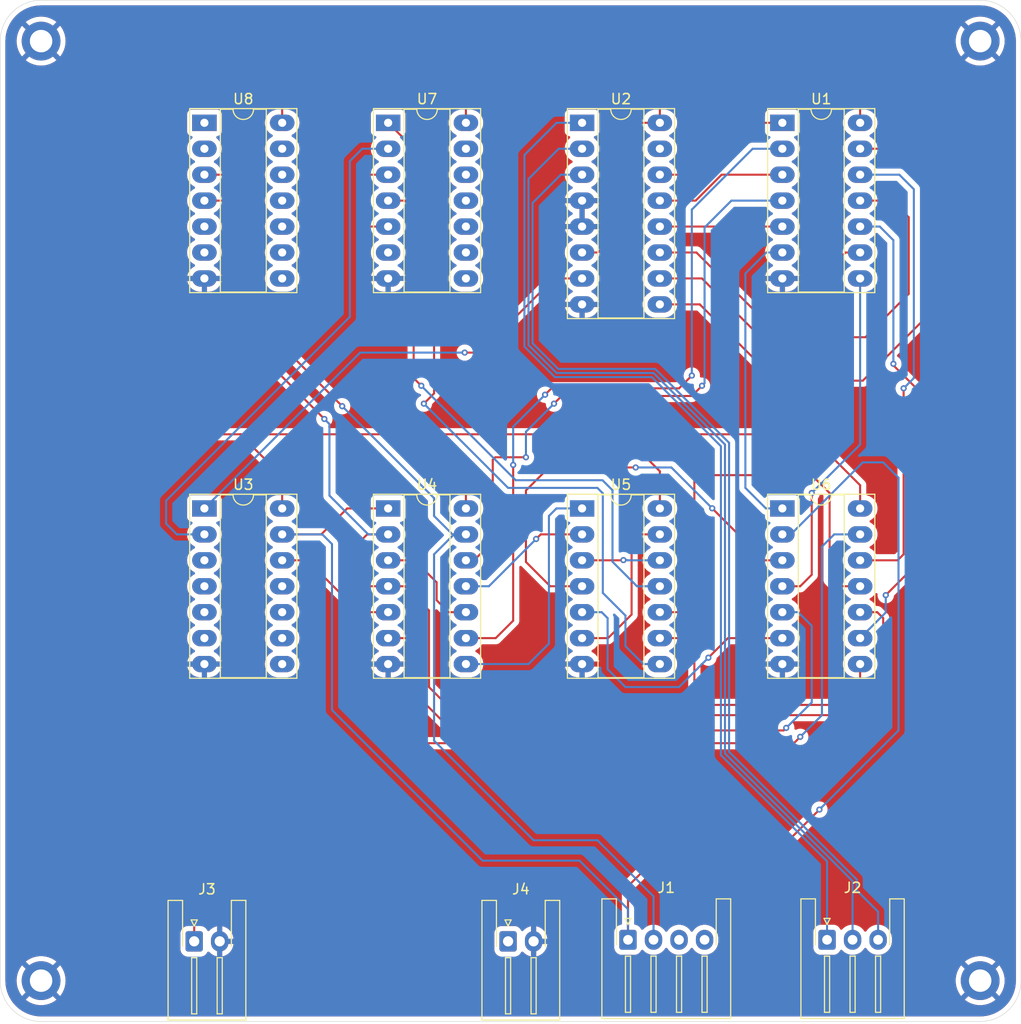
<source format=kicad_pcb>
(kicad_pcb (version 20240108) (generator "pcbnew") (generator_version "8.0")
  (layers (0 "F.Cu" signal) (31 "B.Cu" signal) (34 "B.Paste" user) (35 "F.Paste" user) (36 "B.SilkS" user "B.Silkscreen") (37 "F.SilkS" user "F.Silkscreen") (38 "B.Mask" user) (39 "F.Mask" user) (44 "Edge.Cuts" user))
  (net 0 "")
  (net 1 "E_F")
  (net 2 "FLAGS_IN_1")
  (net 3 "FLAGS_IN_2")
  (net 4 "C_F")
  (net 5 "CON_SEL_2")
  (net 6 "CON_SEL_1")
  (net 7 "CON_SEL_0")
  (net 8 "VCC")
  (net 9 "GND")
  (net 10 "~{CON_4_JL}")
  (net 11 "~{CON_6_JLS}")
  (net 12 "~{CON_3_JHS}")
  (net 13 "~{CON_5_JNE}")
  (net 14 "~{CON_2_JEQ}")
  (net 15 "~{CON_1_JH}")
  (net 16 "~{CON_0_NVR}")
  (net 17 "~{CON_7_JMP}")
  (net 18 "CON_3_JHS")
  (net 19 "CON_2_JEQ")
  (net 20 "CON_6_JLS")
  (net 21 "CON_1_JH")
  (net 22 "CON_5_JNE")
  (net 23 "CON_4_JL")
  (net 24 "CON_7_JMP")
  (net 25 "~{C_F}")
  (net 26 "~{Z_F}")
  (net 27 "JH")
  (net 28 "JL")
  (net 29 "CON")
  (net 36 "Net-(U4-Pad8)")
  (net 37 "Net-(U4-Pad11)")
  (net 38 "Net-(U5-Pad13)")
  (net 39 "Net-(U5-Pad10)")
  (net 40 "Net-(U5-Pad8)")
  (net 41 "Net-(U5-Pad11)")
  (net 42 "Net-(U5-Pad12)")
  (net 43 "Net-(U5-Pad5)")
  (net 44 "Net-(U5-Pad4)")
  (net 45 "Net-(U5-Pad9)")
  (net 47 "Net-(U7-Pad3)")
  (footprint "MountingHole:MountingHole_2.2mm_M2_DIN965_Pad" (layer "F.Cu") (at 196 44)
    (property "Reference" "H2" (hide yes))
    (property "Value" "MountingHole_Pad" (hide yes))
    (pad "1" thru_hole circle (at 0 0) (size 3.8 3.8) (drill 2.2) (layers "*.Cu" "*.Mask") (net 9 "GND"))
  )
  (footprint "Package_DIP:DIP-14_W7.62mm_Socket_LongPads" (layer "F.Cu") (at 176.62 52)
    (property "Reference" "U1" (at 3.81 -2.33 0) (layer "F.SilkS"))
    (property "Value" "74LS04")
    (pad "1" thru_hole rect (at 0 0) (size 2.4 1.6) (drill 0.8) (layers "*.Cu" "*.Mask") (net 15 "~{CON_1_JH}"))
    (pad "2" thru_hole oval (at 0 2.54) (size 2.4 1.6) (drill 0.8) (layers "*.Cu" "*.Mask") (net 21 "CON_1_JH"))
    (pad "3" thru_hole oval (at 0 5.08) (size 2.4 1.6) (drill 0.8) (layers "*.Cu" "*.Mask") (net 14 "~{CON_2_JEQ}"))
    (pad "4" thru_hole oval (at 0 7.62) (size 2.4 1.6) (drill 0.8) (layers "*.Cu" "*.Mask") (net 19 "CON_2_JEQ"))
    (pad "5" thru_hole oval (at 0 10.16) (size 2.4 1.6) (drill 0.8) (layers "*.Cu" "*.Mask") (net 12 "~{CON_3_JHS}"))
    (pad "6" thru_hole oval (at 0 12.7) (size 2.4 1.6) (drill 0.8) (layers "*.Cu" "*.Mask") (net 18 "CON_3_JHS"))
    (pad "7" thru_hole oval (at 0 15.24) (size 2.4 1.6) (drill 0.8) (layers "*.Cu" "*.Mask") (net 9 "GND"))
    (pad "8" thru_hole oval (at 7.62 15.24) (size 2.4 1.6) (drill 0.8) (layers "*.Cu" "*.Mask") (net 23 "CON_4_JL"))
    (pad "9" thru_hole oval (at 7.62 12.7) (size 2.4 1.6) (drill 0.8) (layers "*.Cu" "*.Mask") (net 10 "~{CON_4_JL}"))
    (pad "10" thru_hole oval (at 7.62 10.16) (size 2.4 1.6) (drill 0.8) (layers "*.Cu" "*.Mask") (net 22 "CON_5_JNE"))
    (pad "11" thru_hole oval (at 7.62 7.62) (size 2.4 1.6) (drill 0.8) (layers "*.Cu" "*.Mask") (net 13 "~{CON_5_JNE}"))
    (pad "12" thru_hole oval (at 7.62 5.08) (size 2.4 1.6) (drill 0.8) (layers "*.Cu" "*.Mask") (net 20 "CON_6_JLS"))
    (pad "13" thru_hole oval (at 7.62 2.54) (size 2.4 1.6) (drill 0.8) (layers "*.Cu" "*.Mask") (net 11 "~{CON_6_JLS}"))
    (pad "14" thru_hole oval (at 7.62 0) (size 2.4 1.6) (drill 0.8) (layers "*.Cu" "*.Mask") (net 8 "VCC"))
  )
  (footprint "Package_DIP:DIP-14_W7.62mm_Socket_LongPads" (layer "F.Cu") (at 176.62 89.76)
    (property "Reference" "U6" (at 3.81 -2.33 0) (layer "F.SilkS"))
    (property "Value" "74LS08")
    (pad "1" thru_hole rect (at 0 0) (size 2.4 1.6) (drill 0.8) (layers "*.Cu" "*.Mask") (net 18 "CON_3_JHS"))
    (pad "2" thru_hole oval (at 0 2.54) (size 2.4 1.6) (drill 0.8) (layers "*.Cu" "*.Mask") (net 4 "C_F"))
    (pad "3" thru_hole oval (at 0 5.08) (size 2.4 1.6) (drill 0.8) (layers "*.Cu" "*.Mask") (net 44 "Net-(U5-Pad4)"))
    (pad "4" thru_hole oval (at 0 7.62) (size 2.4 1.6) (drill 0.8) (layers "*.Cu" "*.Mask") (net 23 "CON_4_JL"))
    (pad "5" thru_hole oval (at 0 10.16) (size 2.4 1.6) (drill 0.8) (layers "*.Cu" "*.Mask") (net 28 "JL"))
    (pad "6" thru_hole oval (at 0 12.7) (size 2.4 1.6) (drill 0.8) (layers "*.Cu" "*.Mask") (net 43 "Net-(U5-Pad5)"))
    (pad "7" thru_hole oval (at 0 15.24) (size 2.4 1.6) (drill 0.8) (layers "*.Cu" "*.Mask") (net 9 "GND"))
    (pad "8" thru_hole oval (at 7.62 15.24) (size 2.4 1.6) (drill 0.8) (layers "*.Cu" "*.Mask") (net 45 "Net-(U5-Pad9)"))
    (pad "9" thru_hole oval (at 7.62 12.7) (size 2.4 1.6) (drill 0.8) (layers "*.Cu" "*.Mask") (net 22 "CON_5_JNE"))
    (pad "10" thru_hole oval (at 7.62 10.16) (size 2.4 1.6) (drill 0.8) (layers "*.Cu" "*.Mask") (net 26 "~{Z_F}"))
    (pad "11" thru_hole oval (at 7.62 7.62) (size 2.4 1.6) (drill 0.8) (layers "*.Cu" "*.Mask") (net 39 "Net-(U5-Pad10)"))
    (pad "12" thru_hole oval (at 7.62 5.08) (size 2.4 1.6) (drill 0.8) (layers "*.Cu" "*.Mask") (net 20 "CON_6_JLS"))
    (pad "13" thru_hole oval (at 7.62 2.54) (size 2.4 1.6) (drill 0.8) (layers "*.Cu" "*.Mask") (net 25 "~{C_F}"))
    (pad "14" thru_hole oval (at 7.62 0) (size 2.4 1.6) (drill 0.8) (layers "*.Cu" "*.Mask") (net 8 "VCC"))
  )
  (footprint "Connector_JST:JST_XH_S2B-XH-A-1_1x02_P2.50mm_Horizontal" (layer "F.Cu") (at 119 132.15)
    (property "Reference" "J3" (at 1.25 -5.1 0) (layer "F.SilkS"))
    (property "Value" "Conn_01x02_Socket" (hide yes))
    (pad "1" thru_hole roundrect (at 0 0) (size 1.7 2) (drill 1) (layers "*.Cu" "*.Mask") (roundrect_rratio 0.147059) (net 8 "VCC"))
    (pad "2" thru_hole oval (at 2.5 0) (size 1.7 2) (drill 1) (layers "*.Cu" "*.Mask") (net 9 "GND"))
  )
  (footprint "Package_DIP:DIP-14_W7.62mm_Socket_LongPads" (layer "F.Cu") (at 120 52)
    (property "Reference" "U8" (at 3.81 -2.33 0) (layer "F.SilkS"))
    (property "Value" "74LS04")
    (pad "1" thru_hole rect (at 0 0) (size 2.4 1.6) (drill 0.8) (layers "*.Cu" "*.Mask"))
    (pad "2" thru_hole oval (at 0 2.54) (size 2.4 1.6) (drill 0.8) (layers "*.Cu" "*.Mask"))
    (pad "3" thru_hole oval (at 0 5.08) (size 2.4 1.6) (drill 0.8) (layers "*.Cu" "*.Mask") (net 2 "FLAGS_IN_1"))
    (pad "4" thru_hole oval (at 0 7.62) (size 2.4 1.6) (drill 0.8) (layers "*.Cu" "*.Mask") (net 26 "~{Z_F}"))
    (pad "5" thru_hole oval (at 0 10.16) (size 2.4 1.6) (drill 0.8) (layers "*.Cu" "*.Mask"))
    (pad "6" thru_hole oval (at 0 12.7) (size 2.4 1.6) (drill 0.8) (layers "*.Cu" "*.Mask"))
    (pad "7" thru_hole oval (at 0 15.24) (size 2.4 1.6) (drill 0.8) (layers "*.Cu" "*.Mask") (net 9 "GND"))
    (pad "8" thru_hole oval (at 7.62 15.24) (size 2.4 1.6) (drill 0.8) (layers "*.Cu" "*.Mask"))
    (pad "9" thru_hole oval (at 7.62 12.7) (size 2.4 1.6) (drill 0.8) (layers "*.Cu" "*.Mask"))
    (pad "10" thru_hole oval (at 7.62 10.16) (size 2.4 1.6) (drill 0.8) (layers "*.Cu" "*.Mask"))
    (pad "11" thru_hole oval (at 7.62 7.62) (size 2.4 1.6) (drill 0.8) (layers "*.Cu" "*.Mask"))
    (pad "12" thru_hole oval (at 7.62 5.08) (size 2.4 1.6) (drill 0.8) (layers "*.Cu" "*.Mask"))
    (pad "13" thru_hole oval (at 7.62 2.54) (size 2.4 1.6) (drill 0.8) (layers "*.Cu" "*.Mask"))
    (pad "14" thru_hole oval (at 7.62 0) (size 2.4 1.6) (drill 0.8) (layers "*.Cu" "*.Mask") (net 8 "VCC"))
  )
  (footprint "MountingHole:MountingHole_2.2mm_M2_DIN965_Pad" (layer "F.Cu") (at 104 44)
    (property "Reference" "H1" (hide yes))
    (property "Value" "MountingHole_Pad" (hide yes))
    (pad "1" thru_hole circle (at 0 0) (size 3.8 3.8) (drill 2.2) (layers "*.Cu" "*.Mask") (net 9 "GND"))
  )
  (footprint "MountingHole:MountingHole_2.2mm_M2_DIN965_Pad" (layer "F.Cu") (at 196 136)
    (property "Reference" "H4" (hide yes))
    (property "Value" "MountingHole_Pad" (hide yes))
    (pad "1" thru_hole circle (at 0 0) (size 3.8 3.8) (drill 2.2) (layers "*.Cu" "*.Mask") (net 9 "GND"))
  )
  (footprint "Connector_JST:JST_XH_S3B-XH-A-1_1x03_P2.50mm_Horizontal" (layer "F.Cu") (at 181 132)
    (property "Reference" "J2" (at 2.5 -5.1 0) (layer "F.SilkS"))
    (property "Value" "Conn_01x03_Socket" (hide yes))
    (pad "1" thru_hole roundrect (at 0 0) (size 1.7 1.95) (drill 0.95) (layers "*.Cu" "*.Mask") (roundrect_rratio 0.147059) (net 7 "CON_SEL_0"))
    (pad "2" thru_hole oval (at 2.5 0) (size 1.7 1.95) (drill 0.95) (layers "*.Cu" "*.Mask") (net 6 "CON_SEL_1"))
    (pad "3" thru_hole oval (at 5 0) (size 1.7 1.95) (drill 0.95) (layers "*.Cu" "*.Mask") (net 5 "CON_SEL_2"))
  )
  (footprint "MountingHole:MountingHole_2.2mm_M2_DIN965_Pad" (layer "F.Cu") (at 104 136)
    (property "Reference" "H3" (hide yes))
    (property "Value" "MountingHole_Pad" (hide yes))
    (pad "1" thru_hole circle (at 0 0) (size 3.8 3.8) (drill 2.2) (layers "*.Cu" "*.Mask") (net 9 "GND"))
  )
  (footprint "Package_DIP:DIP-14_W7.62mm_Socket_LongPads" (layer "F.Cu") (at 138 89.76)
    (property "Reference" "U4" (at 3.81 -2.33 0) (layer "F.SilkS"))
    (property "Value" "74LS08")
    (pad "1" thru_hole rect (at 0 0) (size 2.4 1.6) (drill 0.8) (layers "*.Cu" "*.Mask") (net 4 "C_F"))
    (pad "2" thru_hole oval (at 0 2.54) (size 2.4 1.6) (drill 0.8) (layers "*.Cu" "*.Mask") (net 26 "~{Z_F}"))
    (pad "3" thru_hole oval (at 0 5.08) (size 2.4 1.6) (drill 0.8) (layers "*.Cu" "*.Mask") (net 27 "JH"))
    (pad "4" thru_hole oval (at 0 7.62) (size 2.4 1.6) (drill 0.8) (layers "*.Cu" "*.Mask") (net 26 "~{Z_F}"))
    (pad "5" thru_hole oval (at 0 10.16) (size 2.4 1.6) (drill 0.8) (layers "*.Cu" "*.Mask") (net 25 "~{C_F}"))
    (pad "6" thru_hole oval (at 0 12.7) (size 2.4 1.6) (drill 0.8) (layers "*.Cu" "*.Mask") (net 28 "JL"))
    (pad "7" thru_hole oval (at 0 15.24) (size 2.4 1.6) (drill 0.8) (layers "*.Cu" "*.Mask") (net 9 "GND"))
    (pad "8" thru_hole oval (at 7.62 15.24) (size 2.4 1.6) (drill 0.8) (layers "*.Cu" "*.Mask") (net 36 "Net-(U4-Pad8)"))
    (pad "9" thru_hole oval (at 7.62 12.7) (size 2.4 1.6) (drill 0.8) (layers "*.Cu" "*.Mask") (net 21 "CON_1_JH"))
    (pad "10" thru_hole oval (at 7.62 10.16) (size 2.4 1.6) (drill 0.8) (layers "*.Cu" "*.Mask") (net 27 "JH"))
    (pad "11" thru_hole oval (at 7.62 7.62) (size 2.4 1.6) (drill 0.8) (layers "*.Cu" "*.Mask") (net 37 "Net-(U4-Pad11)"))
    (pad "12" thru_hole oval (at 7.62 5.08) (size 2.4 1.6) (drill 0.8) (layers "*.Cu" "*.Mask") (net 19 "CON_2_JEQ"))
    (pad "13" thru_hole oval (at 7.62 2.54) (size 2.4 1.6) (drill 0.8) (layers "*.Cu" "*.Mask") (net 2 "FLAGS_IN_1"))
    (pad "14" thru_hole oval (at 7.62 0) (size 2.4 1.6) (drill 0.8) (layers "*.Cu" "*.Mask") (net 8 "VCC"))
  )
  (footprint "Connector_JST:JST_XH_S2B-XH-A-1_1x02_P2.50mm_Horizontal" (layer "F.Cu") (at 149.75 132.15)
    (property "Reference" "J4" (at 1.25 -5.1 0) (layer "F.SilkS"))
    (property "Value" "Conn_01x02_Socket" (hide yes))
    (pad "1" thru_hole roundrect (at 0 0) (size 1.7 2) (drill 1) (layers "*.Cu" "*.Mask") (roundrect_rratio 0.147059) (net 29 "CON"))
    (pad "2" thru_hole oval (at 2.5 0) (size 1.7 2) (drill 1) (layers "*.Cu" "*.Mask") (net 9 "GND"))
  )
  (footprint "Package_DIP:DIP-14_W7.62mm_Socket_LongPads" (layer "F.Cu") (at 138 52)
    (property "Reference" "U7" (at 3.81 -2.33 0) (layer "F.SilkS"))
    (property "Value" "74LS32")
    (pad "1" thru_hole rect (at 0 0) (size 2.4 1.6) (drill 0.8) (layers "*.Cu" "*.Mask") (net 40 "Net-(U5-Pad8)"))
    (pad "2" thru_hole oval (at 0 2.54) (size 2.4 1.6) (drill 0.8) (layers "*.Cu" "*.Mask") (net 24 "CON_7_JMP"))
    (pad "3" thru_hole oval (at 0 5.08) (size 2.4 1.6) (drill 0.8) (layers "*.Cu" "*.Mask") (net 47 "Net-(U7-Pad3)"))
    (pad "4" thru_hole oval (at 0 7.62) (size 2.4 1.6) (drill 0.8) (layers "*.Cu" "*.Mask") (net 41 "Net-(U5-Pad11)"))
    (pad "5" thru_hole oval (at 0 10.16) (size 2.4 1.6) (drill 0.8) (layers "*.Cu" "*.Mask") (net 47 "Net-(U7-Pad3)"))
    (pad "6" thru_hole oval (at 0 12.7) (size 2.4 1.6) (drill 0.8) (layers "*.Cu" "*.Mask"))
    (pad "7" thru_hole oval (at 0 15.24) (size 2.4 1.6) (drill 0.8) (layers "*.Cu" "*.Mask") (net 9 "GND"))
    (pad "8" thru_hole oval (at 7.62 15.24) (size 2.4 1.6) (drill 0.8) (layers "*.Cu" "*.Mask"))
    (pad "9" thru_hole oval (at 7.62 12.7) (size 2.4 1.6) (drill 0.8) (layers "*.Cu" "*.Mask"))
    (pad "10" thru_hole oval (at 7.62 10.16) (size 2.4 1.6) (drill 0.8) (layers "*.Cu" "*.Mask"))
    (pad "11" thru_hole oval (at 7.62 7.62) (size 2.4 1.6) (drill 0.8) (layers "*.Cu" "*.Mask"))
    (pad "12" thru_hole oval (at 7.62 5.08) (size 2.4 1.6) (drill 0.8) (layers "*.Cu" "*.Mask"))
    (pad "13" thru_hole oval (at 7.62 2.54) (size 2.4 1.6) (drill 0.8) (layers "*.Cu" "*.Mask"))
    (pad "14" thru_hole oval (at 7.62 0) (size 2.4 1.6) (drill 0.8) (layers "*.Cu" "*.Mask") (net 8 "VCC"))
  )
  (footprint "Package_DIP:DIP-16_W7.62mm_Socket_LongPads" (layer "F.Cu") (at 157 52)
    (property "Reference" "U2" (at 3.81 -2.33 0) (layer "F.SilkS"))
    (property "Value" "74LS138")
    (pad "1" thru_hole rect (at 0 0) (size 2.4 1.6) (drill 0.8) (layers "*.Cu" "*.Mask") (net 7 "CON_SEL_0"))
    (pad "2" thru_hole oval (at 0 2.54) (size 2.4 1.6) (drill 0.8) (layers "*.Cu" "*.Mask") (net 6 "CON_SEL_1"))
    (pad "3" thru_hole oval (at 0 5.08) (size 2.4 1.6) (drill 0.8) (layers "*.Cu" "*.Mask") (net 5 "CON_SEL_2"))
    (pad "4" thru_hole oval (at 0 7.62) (size 2.4 1.6) (drill 0.8) (layers "*.Cu" "*.Mask") (net 9 "GND"))
    (pad "5" thru_hole oval (at 0 10.16) (size 2.4 1.6) (drill 0.8) (layers "*.Cu" "*.Mask") (net 9 "GND"))
    (pad "6" thru_hole oval (at 0 12.7) (size 2.4 1.6) (drill 0.8) (layers "*.Cu" "*.Mask") (net 8 "VCC"))
    (pad "7" thru_hole oval (at 0 15.24) (size 2.4 1.6) (drill 0.8) (layers "*.Cu" "*.Mask") (net 17 "~{CON_7_JMP}"))
    (pad "8" thru_hole oval (at 0 17.78) (size 2.4 1.6) (drill 0.8) (layers "*.Cu" "*.Mask") (net 9 "GND"))
    (pad "9" thru_hole oval (at 7.62 17.78) (size 2.4 1.6) (drill 0.8) (layers "*.Cu" "*.Mask") (net 11 "~{CON_6_JLS}"))
    (pad "10" thru_hole oval (at 7.62 15.24) (size 2.4 1.6) (drill 0.8) (layers "*.Cu" "*.Mask") (net 13 "~{CON_5_JNE}"))
    (pad "11" thru_hole oval (at 7.62 12.7) (size 2.4 1.6) (drill 0.8) (layers "*.Cu" "*.Mask") (net 10 "~{CON_4_JL}"))
    (pad "12" thru_hole oval (at 7.62 10.16) (size 2.4 1.6) (drill 0.8) (layers "*.Cu" "*.Mask") (net 12 "~{CON_3_JHS}"))
    (pad "13" thru_hole oval (at 7.62 7.62) (size 2.4 1.6) (drill 0.8) (layers "*.Cu" "*.Mask") (net 14 "~{CON_2_JEQ}"))
    (pad "14" thru_hole oval (at 7.62 5.08) (size 2.4 1.6) (drill 0.8) (layers "*.Cu" "*.Mask") (net 15 "~{CON_1_JH}"))
    (pad "15" thru_hole oval (at 7.62 2.54) (size 2.4 1.6) (drill 0.8) (layers "*.Cu" "*.Mask") (net 16 "~{CON_0_NVR}"))
    (pad "16" thru_hole oval (at 7.62 0) (size 2.4 1.6) (drill 0.8) (layers "*.Cu" "*.Mask") (net 8 "VCC"))
  )
  (footprint "Package_DIP:DIP-14_W7.62mm_Socket_LongPads" (layer "F.Cu") (at 120 89.76)
    (property "Reference" "U3" (at 3.81 -2.33 0) (layer "F.SilkS"))
    (property "Value" "74LS04")
    (pad "1" thru_hole rect (at 0 0) (size 2.4 1.6) (drill 0.8) (layers "*.Cu" "*.Mask") (net 17 "~{CON_7_JMP}"))
    (pad "2" thru_hole oval (at 0 2.54) (size 2.4 1.6) (drill 0.8) (layers "*.Cu" "*.Mask") (net 24 "CON_7_JMP"))
    (pad "3" thru_hole oval (at 0 5.08) (size 2.4 1.6) (drill 0.8) (layers "*.Cu" "*.Mask"))
    (pad "4" thru_hole oval (at 0 7.62) (size 2.4 1.6) (drill 0.8) (layers "*.Cu" "*.Mask"))
    (pad "5" thru_hole oval (at 0 10.16) (size 2.4 1.6) (drill 0.8) (layers "*.Cu" "*.Mask"))
    (pad "6" thru_hole oval (at 0 12.7) (size 2.4 1.6) (drill 0.8) (layers "*.Cu" "*.Mask"))
    (pad "7" thru_hole oval (at 0 15.24) (size 2.4 1.6) (drill 0.8) (layers "*.Cu" "*.Mask") (net 9 "GND"))
    (pad "8" thru_hole oval (at 7.62 15.24) (size 2.4 1.6) (drill 0.8) (layers "*.Cu" "*.Mask"))
    (pad "9" thru_hole oval (at 7.62 12.7) (size 2.4 1.6) (drill 0.8) (layers "*.Cu" "*.Mask"))
    (pad "10" thru_hole oval (at 7.62 10.16) (size 2.4 1.6) (drill 0.8) (layers "*.Cu" "*.Mask"))
    (pad "11" thru_hole oval (at 7.62 7.62) (size 2.4 1.6) (drill 0.8) (layers "*.Cu" "*.Mask"))
    (pad "12" thru_hole oval (at 7.62 5.08) (size 2.4 1.6) (drill 0.8) (layers "*.Cu" "*.Mask") (net 25 "~{C_F}"))
    (pad "13" thru_hole oval (at 7.62 2.54) (size 2.4 1.6) (drill 0.8) (layers "*.Cu" "*.Mask") (net 4 "C_F"))
    (pad "14" thru_hole oval (at 7.62 0) (size 2.4 1.6) (drill 0.8) (layers "*.Cu" "*.Mask") (net 8 "VCC"))
  )
  (footprint "Connector_JST:JST_XH_S4B-XH-A-1_1x04_P2.50mm_Horizontal" (layer "F.Cu") (at 161.5 132)
    (property "Reference" "J1" (at 3.75 -5.1 0) (layer "F.SilkS"))
    (property "Value" "Conn_01x04_Socket" (hide yes))
    (pad "1" thru_hole roundrect (at 0 0) (size 1.7 1.95) (drill 0.95) (layers "*.Cu" "*.Mask") (roundrect_rratio 0.147059) (net 4 "C_F"))
    (pad "2" thru_hole oval (at 2.5 0) (size 1.7 1.95) (drill 0.95) (layers "*.Cu" "*.Mask") (net 2 "FLAGS_IN_1"))
    (pad "3" thru_hole oval (at 5 0) (size 1.7 1.95) (drill 0.95) (layers "*.Cu" "*.Mask") (net 3 "FLAGS_IN_2"))
    (pad "4" thru_hole oval (at 7.5 0) (size 1.7 1.95) (drill 0.95) (layers "*.Cu" "*.Mask") (net 1 "E_F"))
  )
  (footprint "Package_DIP:DIP-14_W7.62mm_Socket_LongPads" (layer "F.Cu") (at 157 89.76)
    (property "Reference" "U5" (at 3.81 -2.33 0) (layer "F.SilkS"))
    (property "Value" "74LS32")
    (pad "1" thru_hole rect (at 0 0) (size 2.4 1.6) (drill 0.8) (layers "*.Cu" "*.Mask") (net 36 "Net-(U4-Pad8)"))
    (pad "2" thru_hole oval (at 0 2.54) (size 2.4 1.6) (drill 0.8) (layers "*.Cu" "*.Mask") (net 37 "Net-(U4-Pad11)"))
    (pad "3" thru_hole oval (at 0 5.08) (size 2.4 1.6) (drill 0.8) (layers "*.Cu" "*.Mask") (net 42 "Net-(U5-Pad12)"))
    (pad "4" thru_hole oval (at 0 7.62) (size 2.4 1.6) (drill 0.8) (layers "*.Cu" "*.Mask") (net 44 "Net-(U5-Pad4)"))
    (pad "5" thru_hole oval (at 0 10.16) (size 2.4 1.6) (drill 0.8) (layers "*.Cu" "*.Mask") (net 43 "Net-(U5-Pad5)"))
    (pad "6" thru_hole oval (at 0 12.7) (size 2.4 1.6) (drill 0.8) (layers "*.Cu" "*.Mask") (net 38 "Net-(U5-Pad13)"))
    (pad "7" thru_hole oval (at 0 15.24) (size 2.4 1.6) (drill 0.8) (layers "*.Cu" "*.Mask") (net 9 "GND"))
    (pad "8" thru_hole oval (at 7.62 15.24) (size 2.4 1.6) (drill 0.8) (layers "*.Cu" "*.Mask") (net 40 "Net-(U5-Pad8)"))
    (pad "9" thru_hole oval (at 7.62 12.7) (size 2.4 1.6) (drill 0.8) (layers "*.Cu" "*.Mask") (net 45 "Net-(U5-Pad9)"))
    (pad "10" thru_hole oval (at 7.62 10.16) (size 2.4 1.6) (drill 0.8) (layers "*.Cu" "*.Mask") (net 39 "Net-(U5-Pad10)"))
    (pad "11" thru_hole oval (at 7.62 7.62) (size 2.4 1.6) (drill 0.8) (layers "*.Cu" "*.Mask") (net 41 "Net-(U5-Pad11)"))
    (pad "12" thru_hole oval (at 7.62 5.08) (size 2.4 1.6) (drill 0.8) (layers "*.Cu" "*.Mask") (net 42 "Net-(U5-Pad12)"))
    (pad "13" thru_hole oval (at 7.62 2.54) (size 2.4 1.6) (drill 0.8) (layers "*.Cu" "*.Mask") (net 38 "Net-(U5-Pad13)"))
    (pad "14" thru_hole oval (at 7.62 0) (size 2.4 1.6) (drill 0.8) (layers "*.Cu" "*.Mask") (net 8 "VCC"))
  )
  (gr_line (start 200 44) (end 200 136) (stroke (width 0.05)) (layer "Edge.Cuts"))
  (gr_line (start 104 40) (end 196 40) (stroke (width 0.05)) (layer "Edge.Cuts"))
  (gr_arc (start 196 40) (mid 198.828427 41.171573) (end 200 44) (stroke (width 0.05)) (layer "Edge.Cuts"))
  (gr_line (start 196 140) (end 104 140) (stroke (width 0.05)) (layer "Edge.Cuts"))
  (gr_arc (start 100 44) (mid 101.171573 41.171573) (end 104 40) (stroke (width 0.05)) (layer "Edge.Cuts"))
  (gr_arc (start 200 136) (mid 198.828427 138.828427) (end 196 140) (stroke (width 0.05)) (layer "Edge.Cuts"))
  (gr_arc (start 104 140) (mid 101.171573 138.828427) (end 100 136) (stroke (width 0.05)) (layer "Edge.Cuts"))
  (gr_line (start 100 136) (end 100 44) (stroke (width 0.05)) (layer "Edge.Cuts"))
  (segment (start 120 57.08) (end 122.08 57.08) (width 0.2) (layer "F.Cu") (net 2))
  (segment (start 123.75 58.75) (end 123.75 70) (width 0.2) (layer "F.Cu") (net 2))
  (segment (start 123.75 70) (end 133.5 79.75) (width 0.2) (layer "F.Cu") (net 2))
  (segment (start 122.08 57.08) (end 123.75 58.75) (width 0.2) (layer "F.Cu") (net 2))
  (via (at 133.5 79.75) (size 0.6) (drill 0.3) (layers "F.Cu" "B.Cu") (net 2))
  (segment (start 152.25 122.25) (end 158.5 122.25) (width 0.2) (layer "B.Cu") (net 2))
  (segment (start 144.45 92.3) (end 142.5 94.25) (width 0.2) (layer "B.Cu") (net 2))
  (segment (start 142.5 88.75) (end 142.5 90.5) (width 0.2) (layer "B.Cu") (net 2))
  (segment (start 164 127.75) (end 164 132) (width 0.2) (layer "B.Cu") (net 2))
  (segment (start 158.5 122.25) (end 164 127.75) (width 0.2) (layer "B.Cu") (net 2))
  (segment (start 142.5 94.25) (end 142.5 112.5) (width 0.2) (layer "B.Cu") (net 2))
  (segment (start 145.62 92.3) (end 144.45 92.3) (width 0.2) (layer "B.Cu") (net 2))
  (segment (start 133.5 79.75) (end 142.5 88.75) (width 0.2) (layer "B.Cu") (net 2))
  (segment (start 142.5 112.5) (end 152.25 122.25) (width 0.2) (layer "B.Cu") (net 2))
  (segment (start 144.3 92.3) (end 145.62 92.3) (width 0.2) (layer "B.Cu") (net 2))
  (segment (start 142.5 90.5) (end 144.3 92.3) (width 0.2) (layer "B.Cu") (net 2))
  (segment (start 131.45 92.3) (end 133.99 89.76) (width 0.2) (layer "F.Cu") (net 4))
  (segment (start 174.5 125) (end 163.25 125) (width 0.2) (layer "F.Cu") (net 4))
  (segment (start 161.5 126.75) (end 161.5 132) (width 0.2) (layer "F.Cu") (net 4))
  (segment (start 180.25 119.25) (end 174.5 125) (width 0.2) (layer "F.Cu") (net 4))
  (segment (start 163.25 125) (end 161.5 126.75) (width 0.2) (layer "F.Cu") (net 4))
  (segment (start 127.62 92.3) (end 131.45 92.3) (width 0.2) (layer "F.Cu") (net 4))
  (segment (start 133.99 89.76) (end 138 89.76) (width 0.2) (layer "F.Cu") (net 4))
  (via (at 180.25 119.25) (size 0.6) (drill 0.3) (layers "F.Cu" "B.Cu") (net 4))
  (segment (start 184.5 85.25) (end 186.5 85.25) (width 0.2) (layer "B.Cu") (net 4))
  (segment (start 188 111.5) (end 180.25 119.25) (width 0.2) (layer "B.Cu") (net 4))
  (segment (start 132.5 109.5) (end 132.5 93.25) (width 0.2) (layer "B.Cu") (net 4))
  (segment (start 188 86.75) (end 188 111.5) (width 0.2) (layer "B.Cu") (net 4))
  (segment (start 147.25 124.25) (end 132.5 109.5) (width 0.2) (layer "B.Cu") (net 4))
  (segment (start 176.62 92.3) (end 177.45 92.3) (width 0.2) (layer "B.Cu") (net 4))
  (segment (start 186.5 85.25) (end 188 86.75) (width 0.2) (layer "B.Cu") (net 4))
  (segment (start 131.55 92.3) (end 127.62 92.3) (width 0.2) (layer "B.Cu") (net 4))
  (segment (start 161.5 129) (end 156.75 124.25) (width 0.2) (layer "B.Cu") (net 4))
  (segment (start 156.75 124.25) (end 147.25 124.25) (width 0.2) (layer "B.Cu") (net 4))
  (segment (start 132.5 93.25) (end 131.55 92.3) (width 0.2) (layer "B.Cu") (net 4))
  (segment (start 161.5 132) (end 161.5 129) (width 0.2) (layer "B.Cu") (net 4))
  (segment (start 177.45 92.3) (end 184.5 85.25) (width 0.2) (layer "B.Cu") (net 4))
  (segment (start 154.92 57.08) (end 157 57.08) (width 0.2) (layer "B.Cu") (net 5))
  (segment (start 186 129.25) (end 183.9 127.15) (width 0.2) (layer "B.Cu") (net 5))
  (segment (start 154.665686 76.1) (end 152.15 73.584314) (width 0.2) (layer "B.Cu") (net 5))
  (segment (start 171.4 113.584314) (end 171.4 83.334314) (width 0.2) (layer "B.Cu") (net 5))
  (segment (start 183.665685 125.85) (end 171.4 113.584314) (width 0.2) (layer "B.Cu") (net 5))
  (segment (start 186 132) (end 186 129.25) (width 0.2) (layer "B.Cu") (net 5))
  (segment (start 164.165686 76.1) (end 154.665686 76.1) (width 0.2) (layer "B.Cu") (net 5))
  (segment (start 183.9 127.15) (end 183.9 126.084314) (width 0.2) (layer "B.Cu") (net 5))
  (segment (start 183.9 126.084314) (end 183.665685 125.85) (width 0.2) (layer "B.Cu") (net 5))
  (segment (start 152.15 73.584314) (end 152.15 59.85) (width 0.2) (layer "B.Cu") (net 5))
  (segment (start 152.15 59.85) (end 154.92 57.08) (width 0.2) (layer "B.Cu") (net 5))
  (segment (start 171.4 83.334314) (end 164.165686 76.1) (width 0.2) (layer "B.Cu") (net 5))
  (segment (start 171 83.5) (end 164 76.5) (width 0.2) (layer "B.Cu") (net 6))
  (segment (start 154.5 76.5) (end 151.75 73.75) (width 0.2) (layer "B.Cu") (net 6))
  (segment (start 171 113.75) (end 171 83.5) (width 0.2) (layer "B.Cu") (net 6))
  (segment (start 154.71 54.54) (end 157 54.54) (width 0.2) (layer "B.Cu") (net 6))
  (segment (start 151.75 57.5) (end 154.71 54.54) (width 0.2) (layer "B.Cu") (net 6))
  (segment (start 151.75 73.75) (end 151.75 57.5) (width 0.2) (layer "B.Cu") (net 6))
  (segment (start 183.5 132) (end 183.5 126.25) (width 0.2) (layer "B.Cu") (net 6))
  (segment (start 164 76.5) (end 154.5 76.5) (width 0.2) (layer "B.Cu") (net 6))
  (segment (start 183.5 126.25) (end 171 113.75) (width 0.2) (layer "B.Cu") (net 6))
  (segment (start 170.6 83.665686) (end 163.834314 76.9) (width 0.2) (layer "B.Cu") (net 7))
  (segment (start 170.6 113.915686) (end 170.6 83.665686) (width 0.2) (layer "B.Cu") (net 7))
  (segment (start 163.834314 76.9) (end 154.334314 76.9) (width 0.2) (layer "B.Cu") (net 7))
  (segment (start 151.35 55.15) (end 154.5 52) (width 0.2) (layer "B.Cu") (net 7))
  (segment (start 181 124.315686) (end 170.6 113.915686) (width 0.2) (layer "B.Cu") (net 7))
  (segment (start 151.35 73.915686) (end 151.35 55.15) (width 0.2) (layer "B.Cu") (net 7))
  (segment (start 181 132) (end 181 124.315686) (width 0.2) (layer "B.Cu") (net 7))
  (segment (start 154.5 52) (end 157 52) (width 0.2) (layer "B.Cu") (net 7))
  (segment (start 154.334314 76.9) (end 151.35 73.915686) (width 0.2) (layer "B.Cu") (net 7))
  (segment (start 184.24 87.49) (end 179.25 82.5) (width 0.2) (layer "F.Cu") (net 8))
  (segment (start 161.5 52) (end 164.62 52) (width 0.2) (layer "F.Cu") (net 8))
  (segment (start 123.5 82.5) (end 125.125 84.125) (width 0.2) (layer "F.Cu") (net 8))
  (segment (start 164.62 49.37) (end 164.62 52) (width 0.2) (layer "F.Cu") (net 8))
  (segment (start 145.62 49.37) (end 145.62 52) (width 0.2) (layer "F.Cu") (net 8))
  (segment (start 160.25 53.25) (end 161.5 52) (width 0.2) (layer "F.Cu") (net 8))
  (segment (start 119 117) (end 113 111) (width 0.2) (layer "F.Cu") (net 8))
  (segment (start 124.75 46.5) (end 127.62 49.37) (width 0.2) (layer "F.Cu") (net 8))
  (segment (start 184.25 49.75) (end 184.24 49.76) (width 0.2) (layer "F.Cu") (net 8))
  (segment (start 113 88) (end 113 48.75) (width 0.2) (layer "F.Cu") (net 8))
  (segment (start 161.75 46.5) (end 164.62 49.37) (width 0.2) (layer "F.Cu") (net 8))
  (segment (start 141.5 82.5) (end 143.125 84.125) (width 0.2) (layer "F.Cu") (net 8))
  (segment (start 143.125 84.125) (end 145.62 86.62) (width 0.2) (layer "F.Cu") (net 8))
  (segment (start 118.75 132.15) (end 119 131.9) (width 0.2) (layer "F.Cu") (net 8))
  (segment (start 115.25 46.5) (end 124.75 46.5) (width 0.2) (layer "F.Cu") (net 8))
  (segment (start 179.25 82.5) (end 161 82.5) (width 0.2) (layer "F.Cu") (net 8))
  (segment (start 144.75 82.5) (end 141.5 82.5) (width 0.2) (layer "F.Cu") (net 8))
  (segment (start 124.75 46.5) (end 142.75 46.5) (width 0.2) (layer "F.Cu") (net 8))
  (segment (start 157 64.7) (end 158.55 64.7) (width 0.2) (layer "F.Cu") (net 8))
  (segment (start 161 82.5) (end 162.625 84.125) (width 0.2) (layer "F.Cu") (net 8))
  (segment (start 113 111) (end 113 88) (width 0.2) (layer "F.Cu") (net 8))
  (segment (start 161.5 46.5) (end 161.75 46.5) (width 0.2) (layer "F.Cu") (net 8))
  (segment (start 184.25 49.25) (end 184.25 49.75) (width 0.2) (layer "F.Cu") (net 8))
  (segment (start 158.55 64.7) (end 160.25 63) (width 0.2) (layer "F.Cu") (net 8))
  (segment (start 142.75 46.5) (end 161.5 46.5) (width 0.2) (layer "F.Cu") (net 8))
  (segment (start 144.75 82.5) (end 161 82.5) (width 0.2) (layer "F.Cu") (net 8))
  (segment (start 184.24 89.76) (end 184.24 87.49) (width 0.2) (layer "F.Cu") (net 8))
  (segment (start 113 88) (end 118.5 82.5) (width 0.2) (layer "F.Cu") (net 8))
  (segment (start 184.24 49.76) (end 184.24 52) (width 0.2) (layer "F.Cu") (net 8))
  (segment (start 142.75 46.5) (end 145.62 49.37) (width 0.2) (layer "F.Cu") (net 8))
  (segment (start 145.62 86.62) (end 145.62 89.76) (width 0.2) (layer "F.Cu") (net 8))
  (segment (start 164.62 86.12) (end 164.62 89.76) (width 0.2) (layer "F.Cu") (net 8))
  (segment (start 118.5 82.5) (end 123.5 82.5) (width 0.2) (layer "F.Cu") (net 8))
  (segment (start 161.5 46.5) (end 181.5 46.5) (width 0.2) (layer "F.Cu") (net 8))
  (segment (start 127.62 49.37) (end 127.62 52) (width 0.2) (layer "F.Cu") (net 8))
  (segment (start 123.5 82.5) (end 126.75 82.5) (width 0.2) (layer "F.Cu") (net 8))
  (segment (start 119 131.9) (end 119 117) (width 0.2) (layer "F.Cu") (net 8))
  (segment (start 126.75 82.5) (end 141.5 82.5) (width 0.2) (layer "F.Cu") (net 8))
  (segment (start 181.5 46.5) (end 184.25 49.25) (width 0.2) (layer "F.Cu") (net 8))
  (segment (start 125.125 84.125) (end 127.62 86.62) (width 0.2) (layer "F.Cu") (net 8))
  (segment (start 127.62 86.62) (end 127.62 89.76) (width 0.2) (layer "F.Cu") (net 8))
  (segment (start 160.25 63) (end 160.25 53.25) (width 0.2) (layer "F.Cu") (net 8))
  (segment (start 113 48.75) (end 115.25 46.5) (width 0.2) (layer "F.Cu") (net 8))
  (segment (start 162.625 84.125) (end 164.62 86.12) (width 0.2) (layer "F.Cu") (net 8))
  (segment (start 168.2 64.7) (end 164.62 64.7) (width 0.2) (layer "F.Cu") (net 10))
  (segment (start 182.8 64.7) (end 181 66.5) (width 0.2) (layer "F.Cu") (net 10))
  (segment (start 180 70.5) (end 174 70.5) (width 0.2) (layer "F.Cu") (net 10))
  (segment (start 181 66.5) (end 181 69.5) (width 0.2) (layer "F.Cu") (net 10))
  (segment (start 181 69.5) (end 180 70.5) (width 0.2) (layer "F.Cu") (net 10))
  (segment (start 184.24 64.7) (end 182.8 64.7) (width 0.2) (layer "F.Cu") (net 10))
  (segment (start 174 70.5) (end 168.2 64.7) (width 0.2) (layer "F.Cu") (net 10))
  (segment (start 168.53 69.78) (end 164.62 69.78) (width 0.2) (layer "F.Cu") (net 11))
  (segment (start 192.25 58.25) (end 192.25 69.5) (width 0.2) (layer "F.Cu") (net 11))
  (segment (start 176 77.25) (end 168.53 69.78) (width 0.2) (layer "F.Cu") (net 11))
  (segment (start 192.25 69.5) (end 184.5 77.25) (width 0.2) (layer "F.Cu") (net 11))
  (segment (start 184.24 54.54) (end 188.54 54.54) (width 0.2) (layer "F.Cu") (net 11))
  (segment (start 188.54 54.54) (end 192.25 58.25) (width 0.2) (layer "F.Cu") (net 11))
  (segment (start 184.5 77.25) (end 176 77.25) (width 0.2) (layer "F.Cu") (net 11))
  (segment (start 164.62 62.16) (end 176.62 62.16) (width 0.2) (layer "F.Cu") (net 12))
  (segment (start 189 61.25) (end 187.37 59.62) (width 0.2) (layer "F.Cu") (net 13))
  (segment (start 168.74 67.24) (end 174.5 73) (width 0.2) (layer "F.Cu") (net 13))
  (segment (start 187.37 59.62) (end 184.24 59.62) (width 0.2) (layer "F.Cu") (net 13))
  (segment (start 184.75 73) (end 189 68.75) (width 0.2) (layer "F.Cu") (net 13))
  (segment (start 164.62 67.24) (end 168.74 67.24) (width 0.2) (layer "F.Cu") (net 13))
  (segment (start 174.5 73) (end 184.75 73) (width 0.2) (layer "F.Cu") (net 13))
  (segment (start 189 68.75) (end 189 61.25) (width 0.2) (layer "F.Cu") (net 13))
  (segment (start 168.13 59.62) (end 170.67 57.08) (width 0.2) (layer "F.Cu") (net 14))
  (segment (start 164.62 59.62) (end 168.13 59.62) (width 0.2) (layer "F.Cu") (net 14))
  (segment (start 170.67 57.08) (end 176.62 57.08) (width 0.2) (layer "F.Cu") (net 14))
  (segment (start 170.5 54.75) (end 170.5 54.25) (width 0.2) (layer "F.Cu") (net 15))
  (segment (start 172.75 52) (end 176.62 52) (width 0.2) (layer "F.Cu") (net 15))
  (segment (start 164.62 57.08) (end 168.17 57.08) (width 0.2) (layer "F.Cu") (net 15))
  (segment (start 168.17 57.08) (end 170.5 54.75) (width 0.2) (layer "F.Cu") (net 15))
  (segment (start 170.5 54.25) (end 172.75 52) (width 0.2) (layer "F.Cu") (net 15))
  (segment (start 147 74.5) (end 154.26 67.24) (width 0.2) (layer "F.Cu") (net 17))
  (segment (start 154.26 67.24) (end 157 67.24) (width 0.2) (layer "F.Cu") (net 17))
  (segment (start 145.5 74.5) (end 147 74.5) (width 0.2) (layer "F.Cu") (net 17))
  (via (at 145.5 74.5) (size 0.6) (drill 0.3) (layers "F.Cu" "B.Cu") (net 17))
  (segment (start 120 89.76) (end 135.26 74.5) (width 0.2) (layer "B.Cu") (net 17))
  (segment (start 135.26 74.5) (end 145.5 74.5) (width 0.2) (layer "B.Cu") (net 17))
  (segment (start 175.01 89.76) (end 173 87.75) (width 0.2) (layer "B.Cu") (net 18))
  (segment (start 175.05 64.7) (end 176.62 64.7) (width 0.2) (layer "B.Cu") (net 18))
  (segment (start 173 87.75) (end 173 66.75) (width 0.2) (layer "B.Cu") (net 18))
  (segment (start 173 66.75) (end 175.05 64.7) (width 0.2) (layer "B.Cu") (net 18))
  (segment (start 176.62 89.76) (end 175.01 89.76) (width 0.2) (layer "B.Cu") (net 18))
  (segment (start 154.25 79.5) (end 155 78.75) (width 0.2) (layer "F.Cu") (net 19))
  (segment (start 155 78.75) (end 167.75 78.75) (width 0.2) (layer "F.Cu") (net 19))
  (segment (start 146.41 94.84) (end 145.62 94.84) (width 0.2) (layer "F.Cu") (net 19))
  (segment (start 148.5 84.75) (end 148.25 85) (width 0.2) (layer "F.Cu") (net 19))
  (segment (start 148.25 93) (end 146.41 94.84) (width 0.2) (layer "F.Cu") (net 19))
  (segment (start 151.5 84.75) (end 148.5 84.75) (width 0.2) (layer "F.Cu") (net 19))
  (segment (start 167.75 78.75) (end 168.75 77.75) (width 0.2) (layer "F.Cu") (net 19))
  (segment (start 148.25 85) (end 148.25 93) (width 0.2) (layer "F.Cu") (net 19))
  (via (at 168.75 77.75) (size 0.6) (drill 0.3) (layers "F.Cu" "B.Cu") (net 19))
  (via (at 154.25 79.5) (size 0.6) (drill 0.3) (layers "F.Cu" "B.Cu") (net 19))
  (via (at 151.5 84.75) (size 0.6) (drill 0.3) (layers "F.Cu" "B.Cu") (net 19))
  (segment (start 154.25 79.5) (end 151.5 82.25) (width 0.2) (layer "B.Cu") (net 19))
  (segment (start 170.25 61) (end 169 62.25) (width 0.2) (layer "B.Cu") (net 19))
  (segment (start 151.5 82.25) (end 151.5 84.75) (width 0.2) (layer "B.Cu") (net 19))
  (segment (start 169 62.25) (end 169 77.5) (width 0.2) (layer "B.Cu") (net 19))
  (segment (start 176.62 59.62) (end 171.63 59.62) (width 0.2) (layer "B.Cu") (net 19))
  (segment (start 169 77.5) (end 168.75 77.75) (width 0.2) (layer "B.Cu") (net 19))
  (segment (start 171.63 59.62) (end 170.25 61) (width 0.2) (layer "B.Cu") (net 19))
  (segment (start 187.91 94.84) (end 184.24 94.84) (width 0.2) (layer "F.Cu") (net 20))
  (segment (start 188.5 94.25) (end 187.91 94.84) (width 0.2) (layer "F.Cu") (net 20))
  (segment (start 188.5 78) (end 188.5 94.25) (width 0.2) (layer "F.Cu") (net 20))
  (via (at 188.5 78) (size 0.6) (drill 0.3) (layers "F.Cu" "B.Cu") (net 20))
  (segment (start 188.5 78) (end 189.5 77) (width 0.2) (layer "B.Cu") (net 20))
  (segment (start 188.08 57.08) (end 184.24 57.08) (width 0.2) (layer "B.Cu") (net 20))
  (segment (start 189.5 77) (end 189.5 58.5) (width 0.2) (layer "B.Cu") (net 20))
  (segment (start 189.5 58.5) (end 188.08 57.08) (width 0.2) (layer "B.Cu") (net 20))
  (segment (start 148.54 102.46) (end 145.62 102.46) (width 0.2) (layer "F.Cu") (net 21))
  (segment (start 150.25 85.5) (end 150.25 100.75) (width 0.2) (layer "F.Cu") (net 21))
  (segment (start 154 78) (end 166.5 78) (width 0.2) (layer "F.Cu") (net 21))
  (segment (start 150.25 100.75) (end 148.54 102.46) (width 0.2) (layer "F.Cu") (net 21))
  (segment (start 153.375 78.625) (end 154 78) (width 0.2) (layer "F.Cu") (net 21))
  (segment (start 166.5 78) (end 167.75 76.75) (width 0.2) (layer "F.Cu") (net 21))
  (via (at 150.25 85.5) (size 0.6) (drill 0.3) (layers "F.Cu" "B.Cu") (net 21))
  (via (at 167.75 76.75) (size 0.6) (drill 0.3) (layers "F.Cu" "B.Cu") (net 21))
  (via (at 153.375 78.625) (size 0.6) (drill 0.3) (layers "F.Cu" "B.Cu") (net 21))
  (segment (start 150.25 81.75) (end 150.25 85.5) (width 0.2) (layer "B.Cu") (net 21))
  (segment (start 167.75 60.5) (end 167.75 76.75) (width 0.2) (layer "B.Cu") (net 21))
  (segment (start 176.62 54.54) (end 173.71 54.54) (width 0.2) (layer "B.Cu") (net 21))
  (segment (start 153.375 78.625) (end 150.25 81.75) (width 0.2) (layer "B.Cu") (net 21))
  (segment (start 172.25 56) (end 167.75 60.5) (width 0.2) (layer "B.Cu") (net 21))
  (segment (start 173.71 54.54) (end 172.25 56) (width 0.2) (layer "B.Cu") (net 21))
  (segment (start 190.1 78.35) (end 190.1 94.9) (width 0.2) (layer "F.Cu") (net 22))
  (segment (start 187.5 75.6) (end 187.5 75.75) (width 0.2) (layer "F.Cu") (net 22))
  (segment (start 187.5 75.75) (end 190.1 78.35) (width 0.2) (layer "F.Cu") (net 22))
  (segment (start 190.1 94.9) (end 186.75 98.25) (width 0.2) (layer "F.Cu") (net 22))
  (via (at 187.5 75.6) (size 0.6) (drill 0.3) (layers "F.Cu" "B.Cu") (net 22))
  (via (at 186.75 98.25) (size 0.6) (drill 0.3) (layers "F.Cu" "B.Cu") (net 22))
  (segment (start 187.5 75.6) (end 187.5 63.5) (width 0.2) (layer "B.Cu") (net 22))
  (segment (start 187.5 63.5) (end 186.16 62.16) (width 0.2) (layer "B.Cu") (net 22))
  (segment (start 186.75 99.95) (end 186.75 98.25) (width 0.2) (layer "B.Cu") (net 22))
  (segment (start 186.16 62.16) (end 184.24 62.16) (width 0.2) (layer "B.Cu") (net 22))
  (segment (start 184.24 102.46) (end 186.75 99.95) (width 0.2) (layer "B.Cu") (net 22))
  (segment (start 179.5 96.25) (end 178.37 97.38) (width 0.2) (layer "F.Cu") (net 23))
  (segment (start 179.5 88.25) (end 179.5 96.25) (width 0.2) (layer "F.Cu") (net 23))
  (segment (start 178.37 97.38) (end 176.62 97.38) (width 0.2) (layer "F.Cu") (net 23))
  (via (at 179.5 88.25) (size 0.6) (drill 0.3) (layers "F.Cu" "B.Cu") (net 23))
  (segment (start 184.24 83.51) (end 179.5 88.25) (width 0.2) (layer "B.Cu") (net 23))
  (segment (start 184.24 67.24) (end 184.24 83.51) (width 0.2) (layer "B.Cu") (net 23))
  (segment (start 134.25 71) (end 134.25 55.75) (width 0.2) (layer "B.Cu") (net 24))
  (segment (start 134.25 55.75) (end 135.46 54.54) (width 0.2) (layer "B.Cu") (net 24))
  (segment (start 117.3 92.3) (end 116.25 91.25) (width 0.2) (layer "B.Cu") (net 24))
  (segment (start 116.25 91.25) (end 116.25 89) (width 0.2) (layer "B.Cu") (net 24))
  (segment (start 135.46 54.54) (end 138 54.54) (width 0.2) (layer "B.Cu") (net 24))
  (segment (start 120 92.3) (end 117.3 92.3) (width 0.2) (layer "B.Cu") (net 24))
  (segment (start 116.25 89) (end 134.25 71) (width 0.2) (layer "B.Cu") (net 24))
  (segment (start 177.75 112.75) (end 138.75 112.75) (width 0.2) (layer "F.Cu") (net 25))
  (segment (start 178.375 112.125) (end 177.75 112.75) (width 0.2) (layer "F.Cu") (net 25))
  (segment (start 127.62 94.84) (end 130.09 94.84) (width 0.2) (layer "F.Cu") (net 25))
  (segment (start 134.5 108.5) (end 134.5 100.59) (width 0.2) (layer "F.Cu") (net 25))
  (segment (start 130.09 94.84) (end 135.17 99.92) (width 0.2) (layer "F.Cu") (net 25))
  (segment (start 134.5 100.59) (end 135.17 99.92) (width 0.2) (layer "F.Cu") (net 25))
  (segment (start 138.75 112.75) (end 134.5 108.5) (width 0.2) (layer "F.Cu") (net 25))
  (segment (start 135.17 99.92) (end 138 99.92) (width 0.2) (layer "F.Cu") (net 25))
  (via (at 178.375 112.125) (size 0.6) (drill 0.3) (layers "F.Cu" "B.Cu") (net 25))
  (segment (start 180.5 110) (end 180.5 93.5) (width 0.2) (layer "B.Cu") (net 25))
  (segment (start 180.5 93.5) (end 181.7 92.3) (width 0.2) (layer "B.Cu") (net 25))
  (segment (start 178.375 112.125) (end 180.5 110) (width 0.2) (layer "B.Cu") (net 25))
  (segment (start 181.7 92.3) (end 184.24 92.3) (width 0.2) (layer "B.Cu") (net 25))
  (segment (start 135 93.25) (end 135 96.5) (width 0.2) (layer "F.Cu") (net 26))
  (segment (start 138 97.38) (end 139.63 97.38) (width 0.2) (layer "F.Cu") (net 26))
  (segment (start 142 107.25) (end 144.75 110) (width 0.2) (layer "F.Cu") (net 26))
  (segment (start 139.63 97.38) (end 142 99.75) (width 0.2) (layer "F.Cu") (net 26))
  (segment (start 185.25 110) (end 186.5 108.75) (width 0.2) (layer "F.Cu") (net 26))
  (segment (start 185.92 99.92) (end 184.24 99.92) (width 0.2) (layer "F.Cu") (net 26))
  (segment (start 186.5 100.5) (end 185.92 99.92) (width 0.2) (layer "F.Cu") (net 26))
  (segment (start 135.95 92.3) (end 135 93.25) (width 0.2) (layer "F.Cu") (net 26))
  (segment (start 138 92.3) (end 135.95 92.3) (width 0.2) (layer "F.Cu") (net 26))
  (segment (start 122.12 59.62) (end 120 59.62) (width 0.2) (layer "F.Cu") (net 26))
  (segment (start 122.75 72) (end 122.75 60.25) (width 0.2) (layer "F.Cu") (net 26))
  (segment (start 135.88 97.38) (end 138 97.38) (width 0.2) (layer "F.Cu") (net 26))
  (segment (start 186.5 108.75) (end 186.5 100.5) (width 0.2) (layer "F.Cu") (net 26))
  (segment (start 144.75 110) (end 185.25 110) (width 0.2) (layer "F.Cu") (net 26))
  (segment (start 135 96.5) (end 135.88 97.38) (width 0.2) (layer "F.Cu") (net 26))
  (segment (start 122.75 60.25) (end 122.12 59.62) (width 0.2) (layer "F.Cu") (net 26))
  (segment (start 142 99.75) (end 142 107.25) (width 0.2) (layer "F.Cu") (net 26))
  (segment (start 131.75 81) (end 122.75 72) (width 0.2) (layer "F.Cu") (net 26))
  (via (at 131.75 81) (size 0.6) (drill 0.3) (layers "F.Cu" "B.Cu") (net 26))
  (segment (start 132.25 88.5) (end 132.25 81.5) (width 0.2) (layer "B.Cu") (net 26))
  (segment (start 138 92.3) (end 136.05 92.3) (width 0.2) (layer "B.Cu") (net 26))
  (segment (start 132.25 81.5) (end 131.75 81) (width 0.2) (layer "B.Cu") (net 26))
  (segment (start 136.05 92.3) (end 132.25 88.5) (width 0.2) (layer "B.Cu") (net 26))
  (segment (start 143.92 99.92) (end 142.75 98.75) (width 0.2) (layer "F.Cu") (net 27))
  (segment (start 145.62 99.92) (end 143.92 99.92) (width 0.2) (layer "F.Cu") (net 27))
  (segment (start 142.75 98.75) (end 142.75 97) (width 0.2) (layer "F.Cu") (net 27))
  (segment (start 142.75 97) (end 140.59 94.84) (width 0.2) (layer "F.Cu") (net 27))
  (segment (start 140.59 94.84) (end 138 94.84) (width 0.2) (layer "F.Cu") (net 27))
  (segment (start 177 111.25) (end 176.75 111.5) (width 0.2) (layer "F.Cu") (net 28))
  (segment (start 141 108.25) (end 141 103.25) (width 0.2) (layer "F.Cu") (net 28))
  (segment (start 140.21 102.46) (end 138 102.46) (width 0.2) (layer "F.Cu") (net 28))
  (segment (start 144.25 111.5) (end 141 108.25) (width 0.2) (layer "F.Cu") (net 28))
  (segment (start 141 103.25) (end 140.21 102.46) (width 0.2) (layer "F.Cu") (net 28))
  (segment (start 176.75 111.5) (end 144.25 111.5) (width 0.2) (layer "F.Cu") (net 28))
  (via (at 177 111.25) (size 0.6) (drill 0.3) (layers "F.Cu" "B.Cu") (net 28))
  (segment (start 178.17 99.92) (end 176.62 99.92) (width 0.2) (layer "B.Cu") (net 28))
  (segment (start 177 111.25) (end 179.5 108.75) (width 0.2) (layer "B.Cu") (net 28))
  (segment (start 179.5 108.75) (end 179.5 101.25) (width 0.2) (layer "B.Cu") (net 28))
  (segment (start 179.5 101.25) (end 178.17 99.92) (width 0.2) (layer "B.Cu") (net 28))
  (segment (start 153.75 90.5) (end 154.49 89.76) (width 0.2) (layer "B.Cu") (net 36))
  (segment (start 151.75 105) (end 153.75 103) (width 0.2) (layer "B.Cu") (net 36))
  (segment (start 145.62 105) (end 151.75 105) (width 0.2) (layer "B.Cu") (net 36))
  (segment (start 153.75 103) (end 153.75 90.5) (width 0.2) (layer "B.Cu") (net 36))
  (segment (start 154.49 89.76) (end 157 89.76) (width 0.2) (layer "B.Cu") (net 36))
  (segment (start 152.5 92.75) (end 152.95 92.3) (width 0.2) (layer "F.Cu") (net 37))
  (segment (start 152.95 92.3) (end 157 92.3) (width 0.2) (layer "F.Cu") (net 37))
  (via (at 152.5 92.75) (size 0.6) (drill 0.3) (layers "F.Cu" "B.Cu") (net 37))
  (segment (start 145.62 97.38) (end 147.87 97.38) (width 0.2) (layer "B.Cu") (net 37))
  (segment (start 147.87 97.38) (end 152.5 92.75) (width 0.2) (layer "B.Cu") (net 37))
  (segment (start 157 102.46) (end 159.54 102.46) (width 0.2) (layer "F.Cu") (net 38))
  (segment (start 159.54 102.46) (end 161.85 100.15) (width 0.2) (layer "F.Cu") (net 38))
  (segment (start 161.85 93.32) (end 162.87 92.3) (width 0.2) (layer "F.Cu") (net 38))
  (segment (start 162.87 92.3) (end 164.62 92.3) (width 0.2) (layer "F.Cu") (net 38))
  (segment (start 161.85 100.15) (end 161.85 93.32) (width 0.2) (layer "F.Cu") (net 38))
  (segment (start 164.62 99.92) (end 166.83 99.92) (width 0.2) (layer "F.Cu") (net 39))
  (segment (start 181.25 96.75) (end 181.88 97.38) (width 0.2) (layer "F.Cu") (net 39))
  (segment (start 168 87) (end 168.5 86.5) (width 0.2) (layer "F.Cu") (net 39))
  (segment (start 168.5 86.5) (end 179.5 86.5) (width 0.2) (layer "F.Cu") (net 39))
  (segment (start 166.83 99.92) (end 168 98.75) (width 0.2) (layer "F.Cu") (net 39))
  (segment (start 179.5 86.5) (end 181.25 88.25) (width 0.2) (layer "F.Cu") (net 39))
  (segment (start 181.25 88.25) (end 181.25 96.75) (width 0.2) (layer "F.Cu") (net 39))
  (segment (start 168 98.75) (end 168 87) (width 0.2) (layer "F.Cu") (net 39))
  (segment (start 181.88 97.38) (end 184.24 97.38) (width 0.2) (layer "F.Cu") (net 39))
  (segment (start 142.5 56.5) (end 138 52) (width 0.2) (layer "F.Cu") (net 40))
  (segment (start 141.5 79.5) (end 142.5 78.5) (width 0.2) (layer "F.Cu") (net 40))
  (segment (start 142.5 78.5) (end 142.5 56.5) (width 0.2) (layer "F.Cu") (net 40))
  (via (at 141.5 79.5) (size 0.6) (drill 0.3) (layers "F.Cu" "B.Cu") (net 40))
  (segment (start 149.75 87.75) (end 158.5 87.75) (width 0.2) (layer "B.Cu") (net 40))
  (segment (start 159.03 98.03) (end 161.25 100.25) (width 0.2) (layer "B.Cu") (net 40))
  (segment (start 141.5 79.5) (end 149.75 87.75) (width 0.2) (layer "B.Cu") (net 40))
  (segment (start 161.25 100.25) (end 161.25 103.25) (width 0.2) (layer "B.Cu") (net 40))
  (segment (start 161.25 103.25) (end 163 105) (width 0.2) (layer "B.Cu") (net 40))
  (segment (start 158.5 87.75) (end 159.03 88.28) (width 0.2) (layer "B.Cu") (net 40))
  (segment (start 163 105) (end 164.62 105) (width 0.2) (layer "B.Cu") (net 40))
  (segment (start 159.03 88.28) (end 159.03 98.03) (width 0.2) (layer "B.Cu") (net 40))
  (segment (start 139.62 59.62) (end 138 59.62) (width 0.2) (layer "F.Cu") (net 41))
  (segment (start 140.5 60.5) (end 139.62 59.62) (width 0.2) (layer "F.Cu") (net 41))
  (segment (start 141.25 77.75) (end 140.5 77) (width 0.2) (layer "F.Cu") (net 41))
  (segment (start 140.5 77) (end 140.5 60.5) (width 0.2) (layer "F.Cu") (net 41))
  (via (at 141.25 77.75) (size 0.6) (drill 0.3) (layers "F.Cu" "B.Cu") (net 41))
  (segment (start 162.38 97.38) (end 164.62 97.38) (width 0.2) (layer "B.Cu") (net 41))
  (segment (start 159 87) (end 159.98 87.98) (width 0.2) (layer "B.Cu") (net 41))
  (segment (start 141.25 77.75) (end 150.5 87) (width 0.2) (layer "B.Cu") (net 41))
  (segment (start 159.98 87.98) (end 159.98 94.98) (width 0.2) (layer "B.Cu") (net 41))
  (segment (start 150.5 87) (end 159 87) (width 0.2) (layer "B.Cu") (net 41))
  (segment (start 159.98 94.98) (end 162.38 97.38) (width 0.2) (layer "B.Cu") (net 41))
  (segment (start 157 94.84) (end 161.03 94.84) (width 0.2) (layer "F.Cu") (net 42))
  (segment (start 161.03 94.84) (end 161.05 94.82) (width 0.2) (layer "F.Cu") (net 42))
  (via (at 161.05 94.82) (size 0.6) (drill 0.3) (layers "F.Cu" "B.Cu") (net 42))
  (segment (start 161.05 94.82) (end 161.42 94.82) (width 0.2) (layer "B.Cu") (net 42))
  (segment (start 161.44 94.84) (end 164.62 94.84) (width 0.2) (layer "B.Cu") (net 42))
  (segment (start 161.42 94.82) (end 161.44 94.84) (width 0.2) (layer "B.Cu") (net 42))
  (segment (start 171.29 102.46) (end 176.62 102.46) (width 0.2) (layer "F.Cu") (net 43))
  (segment (start 169.375 104.375) (end 171.29 102.46) (width 0.2) (layer "F.Cu") (net 43))
  (via (at 169.375 104.375) (size 0.6) (drill 0.3) (layers "F.Cu" "B.Cu") (net 43))
  (segment (start 166.5 107.25) (end 161.25 107.25) (width 0.2) (layer "B.Cu") (net 43))
  (segment (start 159.5 100.5) (end 158.92 99.92) (width 0.2) (layer "B.Cu") (net 43))
  (segment (start 169.375 104.375) (end 166.5 107.25) (width 0.2) (layer "B.Cu") (net 43))
  (segment (start 159.5 105.5) (end 159.5 100.5) (width 0.2) (layer "B.Cu") (net 43))
  (segment (start 158.92 99.92) (end 157 99.92) (width 0.2) (layer "B.Cu") (net 43))
  (segment (start 161.25 107.25) (end 159.5 105.5) (width 0.2) (layer "B.Cu") (net 43))
  (segment (start 153.88 97.38) (end 151.5 95) (width 0.2) (layer "F.Cu") (net 44))
  (segment (start 169.75 89.75) (end 174.84 94.84) (width 0.2) (layer "F.Cu") (net 44))
  (segment (start 151.5 88) (end 153.75 85.75) (width 0.2) (layer "F.Cu") (net 44))
  (segment (start 157 97.38) (end 153.88 97.38) (width 0.2) (layer "F.Cu") (net 44))
  (segment (start 174.84 94.84) (end 176.62 94.84) (width 0.2) (layer "F.Cu") (net 44))
  (segment (start 153.75 85.75) (end 162.25 85.75) (width 0.2) (layer "F.Cu") (net 44))
  (segment (start 151.5 95) (end 151.5 88) (width 0.2) (layer "F.Cu") (net 44))
  (via (at 169.75 89.75) (size 0.6) (drill 0.3) (layers "F.Cu" "B.Cu") (net 44))
  (via (at 162.25 85.75) (size 0.6) (drill 0.3) (layers "F.Cu" "B.Cu") (net 44))
  (segment (start 165.75 85.75) (end 169.75 89.75) (width 0.2) (layer "B.Cu") (net 44))
  (segment (start 162.25 85.75) (end 165.75 85.75) (width 0.2) (layer "B.Cu") (net 44))
  (segment (start 166.46 102.46) (end 168 104) (width 0.2) (layer "F.Cu") (net 45))
  (segment (start 164.62 102.46) (end 166.46 102.46) (width 0.2) (layer "F.Cu") (net 45))
  (segment (start 168 107.75) (end 169.25 109) (width 0.2) (layer "F.Cu") (net 45))
  (segment (start 169.25 109) (end 182.75 109) (width 0.2) (layer "F.Cu") (net 45))
  (segment (start 168 104) (end 168 107.75) (width 0.2) (layer "F.Cu") (net 45))
  (segment (start 184.24 107.51) (end 184.24 105) (width 0.2) (layer "F.Cu") (net 45))
  (segment (start 182.75 109) (end 184.24 107.51) (width 0.2) (layer "F.Cu") (net 45))
  (segment (start 136.17 57.08) (end 135.5 57.75) (width 0.2) (layer "F.Cu") (net 47))
  (segment (start 135.5 61.5) (end 136.16 62.16) (width 0.2) (layer "F.Cu") (net 47))
  (segment (start 138 57.08) (end 136.17 57.08) (width 0.2) (layer "F.Cu") (net 47))
  (segment (start 136.16 62.16) (end 138 62.16) (width 0.2) (layer "F.Cu") (net 47))
  (segment (start 135.5 57.75) (end 135.5 61.5) (width 0.2) (layer "F.Cu") (net 47))
  (zone (net 9) (net_name "GND") (layers "F&B.Cu") (connect_pads (clearance 0.5)) (min_thickness 0.25) (fill yes (thermal_gap 0.5) (thermal_bridge_width 0.5))
    (polygon (pts (xy 200 40) (xy 200 140) (xy 100 140) (xy 100 40)))
  )
)
</source>
